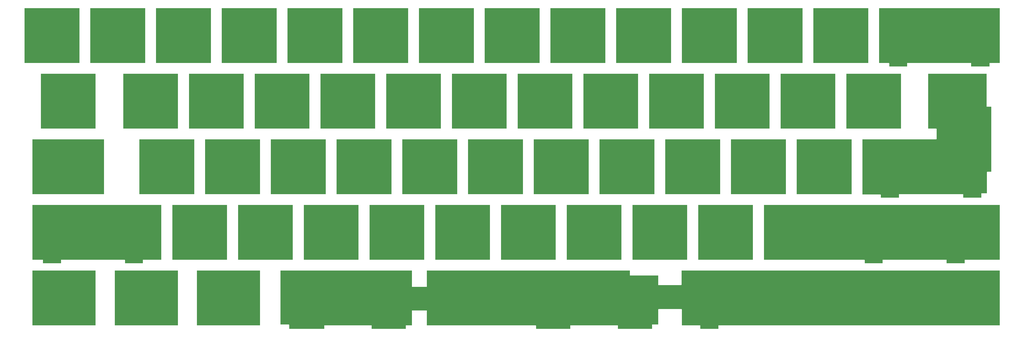
<source format=gbr>
G04 #@! TF.GenerationSoftware,KiCad,Pcbnew,(5.1.4)-1*
G04 #@! TF.CreationDate,2020-11-16T22:26:03-05:00*
G04 #@! TF.ProjectId,DZ60 FR4 Plate,445a3630-2046-4523-9420-506c6174652e,rev?*
G04 #@! TF.SameCoordinates,Original*
G04 #@! TF.FileFunction,Soldermask,Top*
G04 #@! TF.FilePolarity,Negative*
%FSLAX46Y46*%
G04 Gerber Fmt 4.6, Leading zero omitted, Abs format (unit mm)*
G04 Created by KiCad (PCBNEW (5.1.4)-1) date 2020-11-16 22:26:03*
%MOMM*%
%LPD*%
G04 APERTURE LIST*
%ADD10C,0.100000*%
G04 APERTURE END LIST*
D10*
G36*
X113792000Y12951999D02*
G01*
X113794402Y12927613D01*
X113801515Y12904164D01*
X113813066Y12882553D01*
X113828611Y12863611D01*
X113847553Y12848066D01*
X113869164Y12836515D01*
X113892613Y12829402D01*
X113916999Y12827000D01*
X117985001Y12827000D01*
X118009387Y12829402D01*
X118032836Y12836515D01*
X118054447Y12848066D01*
X118073389Y12863611D01*
X118088934Y12882553D01*
X118100485Y12904164D01*
X118107598Y12927613D01*
X118110000Y12951999D01*
X118110000Y17526000D01*
X176911000Y17526000D01*
X176911000Y16253999D01*
X176913402Y16229613D01*
X176920515Y16206164D01*
X176932066Y16184553D01*
X176947611Y16165611D01*
X176966553Y16150066D01*
X176988164Y16138515D01*
X177011613Y16131402D01*
X177035999Y16129000D01*
X185166000Y16129000D01*
X185166000Y13459999D01*
X185168402Y13435613D01*
X185175515Y13412164D01*
X185187066Y13390553D01*
X185202611Y13371611D01*
X185221553Y13356066D01*
X185243164Y13344515D01*
X185266613Y13337402D01*
X185290999Y13335000D01*
X191772001Y13335000D01*
X191796387Y13337402D01*
X191819836Y13344515D01*
X191841447Y13356066D01*
X191860389Y13371611D01*
X191875934Y13390553D01*
X191887485Y13412164D01*
X191894598Y13435613D01*
X191897000Y13459999D01*
X191897000Y17526000D01*
X284099000Y17526000D01*
X284099000Y1651000D01*
X202689999Y1651000D01*
X202665613Y1648598D01*
X202642164Y1641485D01*
X202620553Y1629934D01*
X202601611Y1614389D01*
X202586066Y1595447D01*
X202574515Y1573836D01*
X202567402Y1550387D01*
X202565000Y1526001D01*
X202565000Y635000D01*
X197358000Y635000D01*
X197358000Y1526001D01*
X197355598Y1550387D01*
X197348485Y1573836D01*
X197336934Y1595447D01*
X197321389Y1614389D01*
X197302447Y1629934D01*
X197280836Y1641485D01*
X197257387Y1648598D01*
X197233001Y1651000D01*
X192024000Y1651000D01*
X192024000Y6225001D01*
X192021598Y6249387D01*
X192014485Y6272836D01*
X192002934Y6294447D01*
X191987389Y6313389D01*
X191968447Y6328934D01*
X191946836Y6340485D01*
X191923387Y6347598D01*
X191899001Y6350000D01*
X185290999Y6350000D01*
X185266613Y6347598D01*
X185243164Y6340485D01*
X185221553Y6328934D01*
X185202611Y6313389D01*
X185187066Y6294447D01*
X185175515Y6272836D01*
X185168402Y6249387D01*
X185166000Y6225001D01*
X185166000Y1905000D01*
X183512999Y1905000D01*
X183488613Y1902598D01*
X183465164Y1895485D01*
X183443553Y1883934D01*
X183424611Y1868389D01*
X183409066Y1849447D01*
X183397515Y1827836D01*
X183390402Y1804387D01*
X183388000Y1780001D01*
X183388000Y635000D01*
X173482000Y635000D01*
X173482000Y1526001D01*
X173479598Y1550387D01*
X173472485Y1573836D01*
X173460934Y1595447D01*
X173445389Y1614389D01*
X173426447Y1629934D01*
X173404836Y1641485D01*
X173381387Y1648598D01*
X173357001Y1651000D01*
X159763999Y1651000D01*
X159739613Y1648598D01*
X159716164Y1641485D01*
X159694553Y1629934D01*
X159675611Y1614389D01*
X159660066Y1595447D01*
X159648515Y1573836D01*
X159641402Y1550387D01*
X159639000Y1526001D01*
X159639000Y635000D01*
X149733000Y635000D01*
X149733000Y1526001D01*
X149730598Y1550387D01*
X149723485Y1573836D01*
X149711934Y1595447D01*
X149696389Y1614389D01*
X149677447Y1629934D01*
X149655836Y1641485D01*
X149632387Y1648598D01*
X149608001Y1651000D01*
X118110000Y1651000D01*
X118110000Y5844001D01*
X118107598Y5868387D01*
X118100485Y5891836D01*
X118088934Y5913447D01*
X118073389Y5932389D01*
X118054447Y5947934D01*
X118032836Y5959485D01*
X118009387Y5966598D01*
X117985001Y5969000D01*
X113916999Y5969000D01*
X113892613Y5966598D01*
X113869164Y5959485D01*
X113847553Y5947934D01*
X113828611Y5932389D01*
X113813066Y5913447D01*
X113801515Y5891836D01*
X113794402Y5868387D01*
X113792000Y5844001D01*
X113792000Y1651000D01*
X112138999Y1651000D01*
X112114613Y1648598D01*
X112091164Y1641485D01*
X112069553Y1629934D01*
X112050611Y1614389D01*
X112035066Y1595447D01*
X112023515Y1573836D01*
X112016402Y1550387D01*
X112014000Y1526001D01*
X112014000Y635000D01*
X102108000Y635000D01*
X102108000Y1526001D01*
X102105598Y1550387D01*
X102098485Y1573836D01*
X102086934Y1595447D01*
X102071389Y1614389D01*
X102052447Y1629934D01*
X102030836Y1641485D01*
X102007387Y1648598D01*
X101983001Y1651000D01*
X88516999Y1651000D01*
X88492613Y1648598D01*
X88469164Y1641485D01*
X88447553Y1629934D01*
X88428611Y1614389D01*
X88413066Y1595447D01*
X88401515Y1573836D01*
X88394402Y1550387D01*
X88392000Y1526001D01*
X88392000Y635000D01*
X78232000Y635000D01*
X78232000Y1730689D01*
X78229598Y1755075D01*
X78222485Y1778524D01*
X78210934Y1800135D01*
X78195389Y1819077D01*
X78176447Y1834622D01*
X78154836Y1846173D01*
X78131387Y1853286D01*
X78109551Y1855662D01*
X77004320Y1878218D01*
X75692000Y1905000D01*
X75692000Y17526000D01*
X113792000Y17526000D01*
X113792000Y12951999D01*
X113792000Y12951999D01*
G37*
G36*
X22098000Y1651000D02*
G01*
X3810000Y1651000D01*
X3810000Y17526000D01*
X22098000Y17526000D01*
X22098000Y1651000D01*
X22098000Y1651000D01*
G37*
G36*
X45974000Y1651000D02*
G01*
X27686000Y1651000D01*
X27686000Y17526000D01*
X45974000Y17526000D01*
X45974000Y1651000D01*
X45974000Y1651000D01*
G37*
G36*
X69723000Y1651000D02*
G01*
X51435000Y1651000D01*
X51435000Y17526000D01*
X69723000Y17526000D01*
X69723000Y1651000D01*
X69723000Y1651000D01*
G37*
G36*
X284099000Y20701000D02*
G01*
X274063999Y20701000D01*
X274039613Y20698598D01*
X274016164Y20691485D01*
X273994553Y20679934D01*
X273975611Y20664389D01*
X273960066Y20645447D01*
X273948515Y20623836D01*
X273941402Y20600387D01*
X273939000Y20576001D01*
X273939000Y19685000D01*
X268732000Y19685000D01*
X268732000Y20576001D01*
X268729598Y20600387D01*
X268722485Y20623836D01*
X268710934Y20645447D01*
X268695389Y20664389D01*
X268676447Y20679934D01*
X268654836Y20691485D01*
X268631387Y20698598D01*
X268607001Y20701000D01*
X250314999Y20701000D01*
X250290613Y20698598D01*
X250267164Y20691485D01*
X250245553Y20679934D01*
X250226611Y20664389D01*
X250211066Y20645447D01*
X250199515Y20623836D01*
X250192402Y20600387D01*
X250190000Y20576001D01*
X250190000Y19685000D01*
X244983000Y19685000D01*
X244983000Y20576001D01*
X244980598Y20600387D01*
X244973485Y20623836D01*
X244961934Y20645447D01*
X244946389Y20664389D01*
X244927447Y20679934D01*
X244905836Y20691485D01*
X244882387Y20698598D01*
X244858001Y20701000D01*
X215773000Y20701000D01*
X215773000Y36576000D01*
X284099000Y36576000D01*
X284099000Y20701000D01*
X284099000Y20701000D01*
G37*
G36*
X41148000Y20701000D02*
G01*
X35938999Y20701000D01*
X35914613Y20698598D01*
X35891164Y20691485D01*
X35869553Y20679934D01*
X35850611Y20664389D01*
X35835066Y20645447D01*
X35823515Y20623836D01*
X35816402Y20600387D01*
X35814000Y20576001D01*
X35814000Y19685000D01*
X30607000Y19685000D01*
X30607000Y20576001D01*
X30604598Y20600387D01*
X30597485Y20623836D01*
X30585934Y20645447D01*
X30570389Y20664389D01*
X30551447Y20679934D01*
X30529836Y20691485D01*
X30506387Y20698598D01*
X30482001Y20701000D01*
X12189999Y20701000D01*
X12165613Y20698598D01*
X12142164Y20691485D01*
X12120553Y20679934D01*
X12101611Y20664389D01*
X12086066Y20645447D01*
X12074515Y20623836D01*
X12067402Y20600387D01*
X12065000Y20576001D01*
X12065000Y19685000D01*
X6858000Y19685000D01*
X6858000Y20576001D01*
X6855598Y20600387D01*
X6848485Y20623836D01*
X6836934Y20645447D01*
X6821389Y20664389D01*
X6802447Y20679934D01*
X6780836Y20691485D01*
X6757387Y20698598D01*
X6733001Y20701000D01*
X3810000Y20701000D01*
X3810000Y36576000D01*
X41148000Y36576000D01*
X41148000Y20701000D01*
X41148000Y20701000D01*
G37*
G36*
X60198000Y20701000D02*
G01*
X44323000Y20701000D01*
X44323000Y36576000D01*
X60198000Y36576000D01*
X60198000Y20701000D01*
X60198000Y20701000D01*
G37*
G36*
X193548000Y20701000D02*
G01*
X177673000Y20701000D01*
X177673000Y36576000D01*
X193548000Y36576000D01*
X193548000Y20701000D01*
X193548000Y20701000D01*
G37*
G36*
X174498000Y20701000D02*
G01*
X158623000Y20701000D01*
X158623000Y36576000D01*
X174498000Y36576000D01*
X174498000Y20701000D01*
X174498000Y20701000D01*
G37*
G36*
X155448000Y20701000D02*
G01*
X139573000Y20701000D01*
X139573000Y36576000D01*
X155448000Y36576000D01*
X155448000Y20701000D01*
X155448000Y20701000D01*
G37*
G36*
X136398000Y20701000D02*
G01*
X120523000Y20701000D01*
X120523000Y36576000D01*
X136398000Y36576000D01*
X136398000Y20701000D01*
X136398000Y20701000D01*
G37*
G36*
X117348000Y20701000D02*
G01*
X101473000Y20701000D01*
X101473000Y36576000D01*
X117348000Y36576000D01*
X117348000Y20701000D01*
X117348000Y20701000D01*
G37*
G36*
X98298000Y20701000D02*
G01*
X82423000Y20701000D01*
X82423000Y36576000D01*
X98298000Y36576000D01*
X98298000Y20701000D01*
X98298000Y20701000D01*
G37*
G36*
X79248000Y20701000D02*
G01*
X63373000Y20701000D01*
X63373000Y36576000D01*
X79248000Y36576000D01*
X79248000Y20701000D01*
X79248000Y20701000D01*
G37*
G36*
X212598000Y20701000D02*
G01*
X196723000Y20701000D01*
X196723000Y36576000D01*
X212598000Y36576000D01*
X212598000Y20701000D01*
X212598000Y20701000D01*
G37*
G36*
X280289000Y65275999D02*
G01*
X280291402Y65251613D01*
X280298515Y65228164D01*
X280310066Y65206553D01*
X280325611Y65187611D01*
X280344553Y65172066D01*
X280366164Y65160515D01*
X280389613Y65153402D01*
X280413999Y65151000D01*
X281686000Y65151000D01*
X281686000Y46228000D01*
X280540999Y46228000D01*
X280516613Y46225598D01*
X280493164Y46218485D01*
X280471553Y46206934D01*
X280452611Y46191389D01*
X280437066Y46172447D01*
X280425515Y46150836D01*
X280418402Y46127387D01*
X280416000Y46103001D01*
X280416000Y40005000D01*
X278889999Y40005000D01*
X278865613Y40002598D01*
X278842164Y39995485D01*
X278820553Y39983934D01*
X278801611Y39968389D01*
X278786066Y39949447D01*
X278774515Y39927836D01*
X278767402Y39904387D01*
X278765000Y39880001D01*
X278765000Y38735000D01*
X273558000Y38735000D01*
X273558000Y39626001D01*
X273555598Y39650387D01*
X273548485Y39673836D01*
X273536934Y39695447D01*
X273521389Y39714389D01*
X273502447Y39729934D01*
X273480836Y39741485D01*
X273457387Y39748598D01*
X273433001Y39751000D01*
X255013999Y39751000D01*
X254989613Y39748598D01*
X254966164Y39741485D01*
X254944553Y39729934D01*
X254925611Y39714389D01*
X254910066Y39695447D01*
X254898515Y39673836D01*
X254891402Y39650387D01*
X254889000Y39626001D01*
X254889000Y38735000D01*
X249682000Y38735000D01*
X249682000Y39499001D01*
X249679598Y39523387D01*
X249672485Y39546836D01*
X249660934Y39568447D01*
X249645389Y39587389D01*
X249626447Y39602934D01*
X249604836Y39614485D01*
X249581387Y39621598D01*
X249557001Y39624000D01*
X244348000Y39624000D01*
X244348000Y55626000D01*
X265686001Y55626000D01*
X265710387Y55628402D01*
X265733836Y55635515D01*
X265755447Y55647066D01*
X265774389Y55662611D01*
X265789934Y55681553D01*
X265801485Y55703164D01*
X265808598Y55726613D01*
X265811000Y55750999D01*
X265811000Y58676001D01*
X265808598Y58700387D01*
X265801485Y58723836D01*
X265789934Y58745447D01*
X265774389Y58764389D01*
X265755447Y58779934D01*
X265733836Y58791485D01*
X265710387Y58798598D01*
X265686001Y58801000D01*
X263398000Y58801000D01*
X263398000Y74676000D01*
X280289000Y74676000D01*
X280289000Y65275999D01*
X280289000Y65275999D01*
G37*
G36*
X184023000Y39751000D02*
G01*
X168148000Y39751000D01*
X168148000Y55626000D01*
X184023000Y55626000D01*
X184023000Y39751000D01*
X184023000Y39751000D01*
G37*
G36*
X24511000Y39751000D02*
G01*
X3810000Y39751000D01*
X3810000Y55626000D01*
X24511000Y55626000D01*
X24511000Y39751000D01*
X24511000Y39751000D01*
G37*
G36*
X241173000Y39751000D02*
G01*
X225298000Y39751000D01*
X225298000Y55626000D01*
X241173000Y55626000D01*
X241173000Y39751000D01*
X241173000Y39751000D01*
G37*
G36*
X222123000Y39751000D02*
G01*
X206248000Y39751000D01*
X206248000Y55626000D01*
X222123000Y55626000D01*
X222123000Y39751000D01*
X222123000Y39751000D01*
G37*
G36*
X203073000Y39751000D02*
G01*
X187198000Y39751000D01*
X187198000Y55626000D01*
X203073000Y55626000D01*
X203073000Y39751000D01*
X203073000Y39751000D01*
G37*
G36*
X164973000Y39751000D02*
G01*
X149098000Y39751000D01*
X149098000Y55626000D01*
X164973000Y55626000D01*
X164973000Y39751000D01*
X164973000Y39751000D01*
G37*
G36*
X107823000Y39751000D02*
G01*
X91948000Y39751000D01*
X91948000Y55626000D01*
X107823000Y55626000D01*
X107823000Y39751000D01*
X107823000Y39751000D01*
G37*
G36*
X88773000Y39751000D02*
G01*
X72898000Y39751000D01*
X72898000Y55626000D01*
X88773000Y55626000D01*
X88773000Y39751000D01*
X88773000Y39751000D01*
G37*
G36*
X69723000Y39751000D02*
G01*
X53848000Y39751000D01*
X53848000Y55626000D01*
X69723000Y55626000D01*
X69723000Y39751000D01*
X69723000Y39751000D01*
G37*
G36*
X126873000Y39751000D02*
G01*
X110998000Y39751000D01*
X110998000Y55626000D01*
X126873000Y55626000D01*
X126873000Y39751000D01*
X126873000Y39751000D01*
G37*
G36*
X50673000Y39751000D02*
G01*
X34798000Y39751000D01*
X34798000Y55626000D01*
X50673000Y55626000D01*
X50673000Y39751000D01*
X50673000Y39751000D01*
G37*
G36*
X145923000Y39751000D02*
G01*
X130048000Y39751000D01*
X130048000Y55626000D01*
X145923000Y55626000D01*
X145923000Y39751000D01*
X145923000Y39751000D01*
G37*
G36*
X22098000Y58801000D02*
G01*
X6223000Y58801000D01*
X6223000Y74676000D01*
X22098000Y74676000D01*
X22098000Y58801000D01*
X22098000Y58801000D01*
G37*
G36*
X255524000Y58801000D02*
G01*
X239649000Y58801000D01*
X239649000Y74676000D01*
X255524000Y74676000D01*
X255524000Y58801000D01*
X255524000Y58801000D01*
G37*
G36*
X65024000Y58801000D02*
G01*
X49149000Y58801000D01*
X49149000Y74676000D01*
X65024000Y74676000D01*
X65024000Y58801000D01*
X65024000Y58801000D01*
G37*
G36*
X84074000Y58801000D02*
G01*
X68199000Y58801000D01*
X68199000Y74676000D01*
X84074000Y74676000D01*
X84074000Y58801000D01*
X84074000Y58801000D01*
G37*
G36*
X103124000Y58801000D02*
G01*
X87249000Y58801000D01*
X87249000Y74676000D01*
X103124000Y74676000D01*
X103124000Y58801000D01*
X103124000Y58801000D01*
G37*
G36*
X122174000Y58801000D02*
G01*
X106299000Y58801000D01*
X106299000Y74676000D01*
X122174000Y74676000D01*
X122174000Y58801000D01*
X122174000Y58801000D01*
G37*
G36*
X160274000Y58801000D02*
G01*
X144399000Y58801000D01*
X144399000Y74676000D01*
X160274000Y74676000D01*
X160274000Y58801000D01*
X160274000Y58801000D01*
G37*
G36*
X45974000Y58801000D02*
G01*
X30099000Y58801000D01*
X30099000Y74676000D01*
X45974000Y74676000D01*
X45974000Y58801000D01*
X45974000Y58801000D01*
G37*
G36*
X198374000Y58801000D02*
G01*
X182499000Y58801000D01*
X182499000Y74676000D01*
X198374000Y74676000D01*
X198374000Y58801000D01*
X198374000Y58801000D01*
G37*
G36*
X217424000Y58801000D02*
G01*
X201549000Y58801000D01*
X201549000Y74676000D01*
X217424000Y74676000D01*
X217424000Y58801000D01*
X217424000Y58801000D01*
G37*
G36*
X236474000Y58801000D02*
G01*
X220599000Y58801000D01*
X220599000Y74676000D01*
X236474000Y74676000D01*
X236474000Y58801000D01*
X236474000Y58801000D01*
G37*
G36*
X179324000Y58801000D02*
G01*
X163449000Y58801000D01*
X163449000Y74676000D01*
X179324000Y74676000D01*
X179324000Y58801000D01*
X179324000Y58801000D01*
G37*
G36*
X141224000Y58801000D02*
G01*
X125349000Y58801000D01*
X125349000Y74676000D01*
X141224000Y74676000D01*
X141224000Y58801000D01*
X141224000Y58801000D01*
G37*
G36*
X284099000Y77851000D02*
G01*
X281302999Y77851000D01*
X281278613Y77848598D01*
X281255164Y77841485D01*
X281233553Y77829934D01*
X281214611Y77814389D01*
X281199066Y77795447D01*
X281187515Y77773836D01*
X281180402Y77750387D01*
X281178000Y77726001D01*
X281178000Y76835000D01*
X275844000Y76835000D01*
X275844000Y77726001D01*
X275841598Y77750387D01*
X275834485Y77773836D01*
X275822934Y77795447D01*
X275807389Y77814389D01*
X275788447Y77829934D01*
X275766836Y77841485D01*
X275743387Y77848598D01*
X275719001Y77851000D01*
X257426999Y77851000D01*
X257402613Y77848598D01*
X257379164Y77841485D01*
X257357553Y77829934D01*
X257338611Y77814389D01*
X257323066Y77795447D01*
X257311515Y77773836D01*
X257304402Y77750387D01*
X257302000Y77726001D01*
X257302000Y76835000D01*
X252095000Y76835000D01*
X252095000Y77726001D01*
X252092598Y77750387D01*
X252085485Y77773836D01*
X252073934Y77795447D01*
X252058389Y77814389D01*
X252039447Y77829934D01*
X252017836Y77841485D01*
X251994387Y77848598D01*
X251970001Y77851000D01*
X249174000Y77851000D01*
X249174000Y93726000D01*
X284099000Y93726000D01*
X284099000Y77851000D01*
X284099000Y77851000D01*
G37*
G36*
X74549000Y77851000D02*
G01*
X58674000Y77851000D01*
X58674000Y93726000D01*
X74549000Y93726000D01*
X74549000Y77851000D01*
X74549000Y77851000D01*
G37*
G36*
X55499000Y77851000D02*
G01*
X39624000Y77851000D01*
X39624000Y93726000D01*
X55499000Y93726000D01*
X55499000Y77851000D01*
X55499000Y77851000D01*
G37*
G36*
X245999000Y77851000D02*
G01*
X230124000Y77851000D01*
X230124000Y93726000D01*
X245999000Y93726000D01*
X245999000Y77851000D01*
X245999000Y77851000D01*
G37*
G36*
X226949000Y77851000D02*
G01*
X211074000Y77851000D01*
X211074000Y93726000D01*
X226949000Y93726000D01*
X226949000Y77851000D01*
X226949000Y77851000D01*
G37*
G36*
X207899000Y77851000D02*
G01*
X192024000Y77851000D01*
X192024000Y93726000D01*
X207899000Y93726000D01*
X207899000Y77851000D01*
X207899000Y77851000D01*
G37*
G36*
X188849000Y77851000D02*
G01*
X172974000Y77851000D01*
X172974000Y93726000D01*
X188849000Y93726000D01*
X188849000Y77851000D01*
X188849000Y77851000D01*
G37*
G36*
X169799000Y77851000D02*
G01*
X153924000Y77851000D01*
X153924000Y93726000D01*
X169799000Y93726000D01*
X169799000Y77851000D01*
X169799000Y77851000D01*
G37*
G36*
X112649000Y77851000D02*
G01*
X96774000Y77851000D01*
X96774000Y93726000D01*
X112649000Y93726000D01*
X112649000Y77851000D01*
X112649000Y77851000D01*
G37*
G36*
X131699000Y77851000D02*
G01*
X115824000Y77851000D01*
X115824000Y93726000D01*
X131699000Y93726000D01*
X131699000Y77851000D01*
X131699000Y77851000D01*
G37*
G36*
X150749000Y77851000D02*
G01*
X134874000Y77851000D01*
X134874000Y93726000D01*
X150749000Y93726000D01*
X150749000Y77851000D01*
X150749000Y77851000D01*
G37*
G36*
X36449000Y77851000D02*
G01*
X20574000Y77851000D01*
X20574000Y93726000D01*
X36449000Y93726000D01*
X36449000Y77851000D01*
X36449000Y77851000D01*
G37*
G36*
X17399000Y77851000D02*
G01*
X1524000Y77851000D01*
X1524000Y93726000D01*
X17399000Y93726000D01*
X17399000Y77851000D01*
X17399000Y77851000D01*
G37*
G36*
X93599000Y77851000D02*
G01*
X77724000Y77851000D01*
X77724000Y93726000D01*
X93599000Y93726000D01*
X93599000Y77851000D01*
X93599000Y77851000D01*
G37*
M02*

</source>
